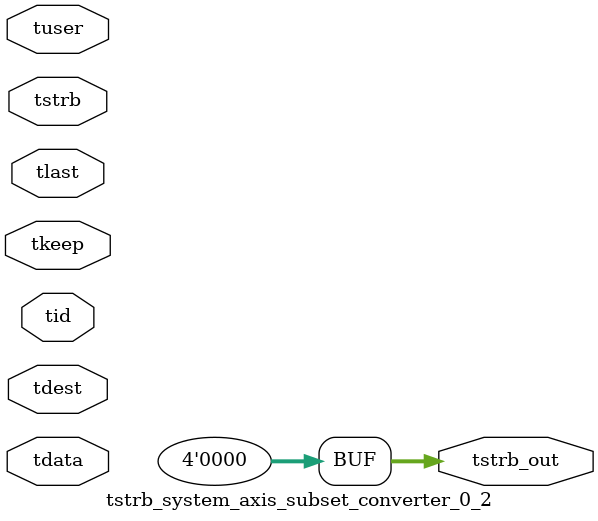
<source format=v>


`timescale 1ps/1ps

module tstrb_system_axis_subset_converter_0_2 #
(
parameter C_S_AXIS_TDATA_WIDTH = 32,
parameter C_S_AXIS_TUSER_WIDTH = 0,
parameter C_S_AXIS_TID_WIDTH   = 0,
parameter C_S_AXIS_TDEST_WIDTH = 0,
parameter C_M_AXIS_TDATA_WIDTH = 32
)
(
input  [(C_S_AXIS_TDATA_WIDTH == 0 ? 1 : C_S_AXIS_TDATA_WIDTH)-1:0     ] tdata,
input  [(C_S_AXIS_TUSER_WIDTH == 0 ? 1 : C_S_AXIS_TUSER_WIDTH)-1:0     ] tuser,
input  [(C_S_AXIS_TID_WIDTH   == 0 ? 1 : C_S_AXIS_TID_WIDTH)-1:0       ] tid,
input  [(C_S_AXIS_TDEST_WIDTH == 0 ? 1 : C_S_AXIS_TDEST_WIDTH)-1:0     ] tdest,
input  [(C_S_AXIS_TDATA_WIDTH/8)-1:0 ] tkeep,
input  [(C_S_AXIS_TDATA_WIDTH/8)-1:0 ] tstrb,
input                                                                    tlast,
output [(C_M_AXIS_TDATA_WIDTH/8)-1:0 ] tstrb_out
);

assign tstrb_out = {1'b0};

endmodule


</source>
